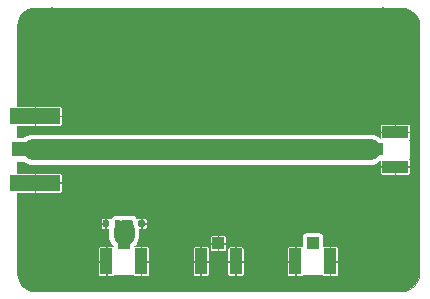
<source format=gbr>
%TF.GenerationSoftware,KiCad,Pcbnew,5.1.9-73d0e3b20d~88~ubuntu20.04.1*%
%TF.CreationDate,2021-03-06T00:26:18+00:00*%
%TF.ProjectId,SMA_to_uFL,534d415f-746f-45f7-9546-4c2e6b696361,1.0*%
%TF.SameCoordinates,Original*%
%TF.FileFunction,Copper,L1,Top*%
%TF.FilePolarity,Positive*%
%FSLAX46Y46*%
G04 Gerber Fmt 4.6, Leading zero omitted, Abs format (unit mm)*
G04 Created by KiCad (PCBNEW 5.1.9-73d0e3b20d~88~ubuntu20.04.1) date 2021-03-06 00:26:18*
%MOMM*%
%LPD*%
G01*
G04 APERTURE LIST*
%TA.AperFunction,ComponentPad*%
%ADD10C,4.700000*%
%TD*%
%TA.AperFunction,SMDPad,CuDef*%
%ADD11R,3.600000X1.270000*%
%TD*%
%TA.AperFunction,SMDPad,CuDef*%
%ADD12R,4.200000X1.350000*%
%TD*%
%TA.AperFunction,SMDPad,CuDef*%
%ADD13R,1.050000X2.200000*%
%TD*%
%TA.AperFunction,SMDPad,CuDef*%
%ADD14R,1.000000X1.050000*%
%TD*%
%TA.AperFunction,SMDPad,CuDef*%
%ADD15R,2.200000X1.050000*%
%TD*%
%TA.AperFunction,SMDPad,CuDef*%
%ADD16R,1.050000X1.000000*%
%TD*%
%TA.AperFunction,ViaPad*%
%ADD17C,0.800000*%
%TD*%
%TA.AperFunction,Conductor*%
%ADD18C,1.800000*%
%TD*%
%TA.AperFunction,Conductor*%
%ADD19C,0.250000*%
%TD*%
%TA.AperFunction,Conductor*%
%ADD20C,0.064000*%
%TD*%
%TA.AperFunction,Conductor*%
%ADD21C,0.100000*%
%TD*%
%TA.AperFunction,Conductor*%
%ADD22C,0.254000*%
%TD*%
G04 APERTURE END LIST*
D10*
%TO.P, ,1*%
%TO.N,GND*%
X104500000Y-68500000D03*
%TD*%
%TO.P, ,1*%
%TO.N,GND*%
X76500000Y-68500000D03*
%TD*%
%TO.P, ,1*%
%TO.N,GND*%
X104500000Y-51500000D03*
%TD*%
%TO.P, ,1*%
%TO.N,GND*%
X76500000Y-51500000D03*
%TD*%
%TO.P,R2,2*%
%TO.N,GND*%
%TA.AperFunction,SMDPad,CuDef*%
G36*
G01*
X81260000Y-66085000D02*
X81260000Y-66455000D01*
G75*
G02*
X81125000Y-66590000I-135000J0D01*
G01*
X80855000Y-66590000D01*
G75*
G02*
X80720000Y-66455000I0J135000D01*
G01*
X80720000Y-66085000D01*
G75*
G02*
X80855000Y-65950000I135000J0D01*
G01*
X81125000Y-65950000D01*
G75*
G02*
X81260000Y-66085000I0J-135000D01*
G01*
G37*
%TD.AperFunction*%
%TO.P,R2,1*%
%TO.N,Net-(J4-Pad1)*%
%TA.AperFunction,SMDPad,CuDef*%
G36*
G01*
X82280000Y-66085000D02*
X82280000Y-66455000D01*
G75*
G02*
X82145000Y-66590000I-135000J0D01*
G01*
X81875000Y-66590000D01*
G75*
G02*
X81740000Y-66455000I0J135000D01*
G01*
X81740000Y-66085000D01*
G75*
G02*
X81875000Y-65950000I135000J0D01*
G01*
X82145000Y-65950000D01*
G75*
G02*
X82280000Y-66085000I0J-135000D01*
G01*
G37*
%TD.AperFunction*%
%TD*%
%TO.P,R1,2*%
%TO.N,GND*%
%TA.AperFunction,SMDPad,CuDef*%
G36*
G01*
X83740000Y-66455000D02*
X83740000Y-66085000D01*
G75*
G02*
X83875000Y-65950000I135000J0D01*
G01*
X84145000Y-65950000D01*
G75*
G02*
X84280000Y-66085000I0J-135000D01*
G01*
X84280000Y-66455000D01*
G75*
G02*
X84145000Y-66590000I-135000J0D01*
G01*
X83875000Y-66590000D01*
G75*
G02*
X83740000Y-66455000I0J135000D01*
G01*
G37*
%TD.AperFunction*%
%TO.P,R1,1*%
%TO.N,Net-(J4-Pad1)*%
%TA.AperFunction,SMDPad,CuDef*%
G36*
G01*
X82720000Y-66455000D02*
X82720000Y-66085000D01*
G75*
G02*
X82855000Y-65950000I135000J0D01*
G01*
X83125000Y-65950000D01*
G75*
G02*
X83260000Y-66085000I0J-135000D01*
G01*
X83260000Y-66455000D01*
G75*
G02*
X83125000Y-66590000I-135000J0D01*
G01*
X82855000Y-66590000D01*
G75*
G02*
X82720000Y-66455000I0J135000D01*
G01*
G37*
%TD.AperFunction*%
%TD*%
D11*
%TO.P,J5,1*%
%TO.N,Net-(J1-Pad1)*%
X74800000Y-60000000D03*
D12*
%TO.P,J5,2*%
%TO.N,GND*%
X75000000Y-62825000D03*
X75000000Y-57175000D03*
%TD*%
D13*
%TO.P,J4,2*%
%TO.N,GND*%
X83975000Y-69475000D03*
D14*
%TO.P,J4,1*%
%TO.N,Net-(J4-Pad1)*%
X82500000Y-67950000D03*
D13*
%TO.P,J4,2*%
%TO.N,GND*%
X81025000Y-69475000D03*
%TD*%
%TO.P,J3,2*%
%TO.N,GND*%
X91975000Y-69475000D03*
D14*
%TO.P,J3,1*%
X90500000Y-67950000D03*
D13*
%TO.P,J3,2*%
X89025000Y-69475000D03*
%TD*%
%TO.P,J2,2*%
%TO.N,GND*%
X99975000Y-69475000D03*
D14*
%TO.P,J2,1*%
%TO.N,Net-(J2-Pad1)*%
X98500000Y-67950000D03*
D13*
%TO.P,J2,2*%
%TO.N,GND*%
X97025000Y-69475000D03*
%TD*%
D15*
%TO.P,J1,2*%
%TO.N,GND*%
X105475000Y-58525000D03*
D16*
%TO.P,J1,1*%
%TO.N,Net-(J1-Pad1)*%
X103950000Y-60000000D03*
D15*
%TO.P,J1,2*%
%TO.N,GND*%
X105475000Y-61475000D03*
%TD*%
D17*
%TO.N,GND*%
X78400000Y-57800000D03*
X80860000Y-57800000D03*
X83320000Y-57800000D03*
X85780000Y-57800000D03*
X88240000Y-57800000D03*
X90700000Y-57800000D03*
X93160000Y-57800000D03*
X95620000Y-57800000D03*
X98080000Y-57800000D03*
X100540000Y-57800000D03*
X103000000Y-57800000D03*
X78400000Y-62100000D03*
X80860000Y-62100000D03*
X83320000Y-62100000D03*
X85780000Y-62100000D03*
X88240000Y-62100000D03*
X90700000Y-62100000D03*
X93160000Y-62100000D03*
X95620000Y-62100000D03*
X98080000Y-62100000D03*
X100540000Y-62100000D03*
X103000000Y-62100000D03*
X79953000Y-71430000D03*
X81731000Y-71430000D03*
X83382000Y-71430000D03*
X86900000Y-69500000D03*
X88400000Y-66800000D03*
X90000000Y-71400000D03*
X92500000Y-66900000D03*
X94000000Y-68300000D03*
X95400000Y-69500000D03*
X98100000Y-71500000D03*
X99900000Y-71500000D03*
X100800000Y-66900000D03*
X80207000Y-67493000D03*
X85500000Y-67300000D03*
X82500000Y-65000000D03*
X74300000Y-49200000D03*
X76400000Y-48400000D03*
X78800000Y-49300000D03*
X74200000Y-53700000D03*
X76500000Y-54700000D03*
X78900000Y-53600000D03*
X79700000Y-51500000D03*
X101300000Y-51400000D03*
X102300000Y-49100000D03*
X104500000Y-48400000D03*
X106700000Y-49200000D03*
X104500000Y-54700000D03*
X102200000Y-53700000D03*
X106700000Y-53800000D03*
X106800000Y-70600000D03*
X106700000Y-66300000D03*
X104500000Y-65400000D03*
X104500000Y-71600000D03*
X102200000Y-70600000D03*
X102300000Y-66300000D03*
X76500000Y-71600000D03*
X74238000Y-70795000D03*
X78937000Y-70668000D03*
X74200000Y-66200000D03*
X76600000Y-65300000D03*
X78900000Y-66300000D03*
%TD*%
D18*
%TO.N,Net-(J1-Pad1)*%
X74800000Y-60000000D02*
X103321000Y-60000000D01*
D19*
%TO.N,Net-(J4-Pad1)*%
X82990000Y-66270000D02*
X82010000Y-66270000D01*
X82010000Y-66368000D02*
X82500000Y-66858000D01*
X82010000Y-66270000D02*
X82010000Y-66368000D01*
X82490000Y-66368000D02*
X82000000Y-66858000D01*
X82490000Y-66270000D02*
X82490000Y-66368000D01*
X82500000Y-67950000D02*
X82500000Y-67254000D01*
D18*
X82500000Y-67254000D02*
X82500000Y-66858000D01*
%TD*%
D20*
%TO.N,GND*%
X106293034Y-48020077D02*
X106574904Y-48105179D01*
X106834876Y-48243409D01*
X107063050Y-48429503D01*
X107250733Y-48656373D01*
X107390773Y-48915372D01*
X107477841Y-49196643D01*
X107511000Y-49512128D01*
X107511001Y-70476076D01*
X107479923Y-70793034D01*
X107394822Y-71074903D01*
X107256591Y-71334876D01*
X107070494Y-71563053D01*
X106843630Y-71750732D01*
X106584628Y-71890773D01*
X106303357Y-71977841D01*
X105987871Y-72011000D01*
X75023914Y-72011000D01*
X74706966Y-71979923D01*
X74425097Y-71894822D01*
X74165124Y-71756591D01*
X73936947Y-71570494D01*
X73749268Y-71343630D01*
X73609227Y-71084628D01*
X73522159Y-70803357D01*
X73489000Y-70487871D01*
X73489000Y-70277623D01*
X74767632Y-70277623D01*
X75043528Y-70559103D01*
X75473225Y-70803682D01*
X75942380Y-70959732D01*
X76432964Y-71021255D01*
X76926125Y-70985888D01*
X77402910Y-70854989D01*
X77844996Y-70633589D01*
X77932680Y-70575000D01*
X80339226Y-70575000D01*
X80342315Y-70606365D01*
X80351464Y-70636526D01*
X80366321Y-70664321D01*
X80386316Y-70688684D01*
X80410679Y-70708679D01*
X80438474Y-70723536D01*
X80468635Y-70732685D01*
X80500000Y-70735774D01*
X80953000Y-70735000D01*
X80993000Y-70695000D01*
X80993000Y-69507000D01*
X80380000Y-69507000D01*
X80340000Y-69547000D01*
X80339226Y-70575000D01*
X77932680Y-70575000D01*
X77956472Y-70559103D01*
X78232368Y-70277623D01*
X76500000Y-68545255D01*
X74767632Y-70277623D01*
X73489000Y-70277623D01*
X73489000Y-68432964D01*
X73978745Y-68432964D01*
X74014112Y-68926125D01*
X74145011Y-69402910D01*
X74366411Y-69844996D01*
X74440897Y-69956472D01*
X74722377Y-70232368D01*
X76454745Y-68500000D01*
X76545255Y-68500000D01*
X78277623Y-70232368D01*
X78559103Y-69956472D01*
X78803682Y-69526775D01*
X78959732Y-69057620D01*
X79021255Y-68567036D01*
X79007484Y-68375000D01*
X80339226Y-68375000D01*
X80340000Y-69403000D01*
X80380000Y-69443000D01*
X80993000Y-69443000D01*
X80993000Y-68255000D01*
X80953000Y-68215000D01*
X80500000Y-68214226D01*
X80468635Y-68217315D01*
X80438474Y-68226464D01*
X80410679Y-68241321D01*
X80386316Y-68261316D01*
X80366321Y-68285679D01*
X80351464Y-68313474D01*
X80342315Y-68343635D01*
X80339226Y-68375000D01*
X79007484Y-68375000D01*
X78985888Y-68073875D01*
X78854989Y-67597090D01*
X78633589Y-67155004D01*
X78559103Y-67043528D01*
X78277623Y-66767632D01*
X76545255Y-68500000D01*
X76454745Y-68500000D01*
X74722377Y-66767632D01*
X74440897Y-67043528D01*
X74196318Y-67473225D01*
X74040268Y-67942380D01*
X73978745Y-68432964D01*
X73489000Y-68432964D01*
X73489000Y-66722377D01*
X74767632Y-66722377D01*
X76500000Y-68454745D01*
X78232368Y-66722377D01*
X78102618Y-66590000D01*
X80559226Y-66590000D01*
X80562315Y-66621365D01*
X80571464Y-66651526D01*
X80586321Y-66679321D01*
X80606316Y-66703684D01*
X80630679Y-66723679D01*
X80658474Y-66738536D01*
X80688635Y-66747685D01*
X80720000Y-66750774D01*
X80918000Y-66750000D01*
X80958000Y-66710000D01*
X80958000Y-66302000D01*
X80600000Y-66302000D01*
X80560000Y-66342000D01*
X80559226Y-66590000D01*
X78102618Y-66590000D01*
X77956472Y-66440897D01*
X77526775Y-66196318D01*
X77057620Y-66040268D01*
X76567036Y-65978745D01*
X76073875Y-66014112D01*
X75597090Y-66145011D01*
X75155004Y-66366411D01*
X75043528Y-66440897D01*
X74767632Y-66722377D01*
X73489000Y-66722377D01*
X73489000Y-65950000D01*
X80559226Y-65950000D01*
X80560000Y-66198000D01*
X80600000Y-66238000D01*
X80958000Y-66238000D01*
X80958000Y-65830000D01*
X81022000Y-65830000D01*
X81022000Y-66238000D01*
X81042000Y-66238000D01*
X81042000Y-66302000D01*
X81022000Y-66302000D01*
X81022000Y-66710000D01*
X81062000Y-66750000D01*
X81190231Y-66750501D01*
X81186000Y-66793456D01*
X81186000Y-67318543D01*
X81205013Y-67511588D01*
X81280149Y-67759278D01*
X81402163Y-67987550D01*
X81566367Y-68187633D01*
X81583997Y-68202102D01*
X81583997Y-68218113D01*
X81581365Y-68217315D01*
X81550000Y-68214226D01*
X81097000Y-68215000D01*
X81057000Y-68255000D01*
X81057000Y-69443000D01*
X81077000Y-69443000D01*
X81077000Y-69507000D01*
X81057000Y-69507000D01*
X81057000Y-70695000D01*
X81097000Y-70735000D01*
X81550000Y-70735774D01*
X81581365Y-70732685D01*
X81611526Y-70723536D01*
X81639321Y-70708679D01*
X81663684Y-70688684D01*
X81683679Y-70664321D01*
X81698536Y-70636526D01*
X81699909Y-70632000D01*
X83300091Y-70632000D01*
X83301464Y-70636526D01*
X83316321Y-70664321D01*
X83336316Y-70688684D01*
X83360679Y-70708679D01*
X83388474Y-70723536D01*
X83418635Y-70732685D01*
X83450000Y-70735774D01*
X83903000Y-70735000D01*
X83943000Y-70695000D01*
X83943000Y-69507000D01*
X84007000Y-69507000D01*
X84007000Y-70695000D01*
X84047000Y-70735000D01*
X84500000Y-70735774D01*
X84531365Y-70732685D01*
X84561526Y-70723536D01*
X84589321Y-70708679D01*
X84613684Y-70688684D01*
X84633679Y-70664321D01*
X84648536Y-70636526D01*
X84657685Y-70606365D01*
X84660774Y-70575000D01*
X88339226Y-70575000D01*
X88342315Y-70606365D01*
X88351464Y-70636526D01*
X88366321Y-70664321D01*
X88386316Y-70688684D01*
X88410679Y-70708679D01*
X88438474Y-70723536D01*
X88468635Y-70732685D01*
X88500000Y-70735774D01*
X88953000Y-70735000D01*
X88993000Y-70695000D01*
X88993000Y-69507000D01*
X89057000Y-69507000D01*
X89057000Y-70695000D01*
X89097000Y-70735000D01*
X89550000Y-70735774D01*
X89581365Y-70732685D01*
X89611526Y-70723536D01*
X89639321Y-70708679D01*
X89663684Y-70688684D01*
X89683679Y-70664321D01*
X89698536Y-70636526D01*
X89707685Y-70606365D01*
X89710774Y-70575000D01*
X91289226Y-70575000D01*
X91292315Y-70606365D01*
X91301464Y-70636526D01*
X91316321Y-70664321D01*
X91336316Y-70688684D01*
X91360679Y-70708679D01*
X91388474Y-70723536D01*
X91418635Y-70732685D01*
X91450000Y-70735774D01*
X91903000Y-70735000D01*
X91943000Y-70695000D01*
X91943000Y-69507000D01*
X92007000Y-69507000D01*
X92007000Y-70695000D01*
X92047000Y-70735000D01*
X92500000Y-70735774D01*
X92531365Y-70732685D01*
X92561526Y-70723536D01*
X92589321Y-70708679D01*
X92613684Y-70688684D01*
X92633679Y-70664321D01*
X92648536Y-70636526D01*
X92657685Y-70606365D01*
X92660774Y-70575000D01*
X96339226Y-70575000D01*
X96342315Y-70606365D01*
X96351464Y-70636526D01*
X96366321Y-70664321D01*
X96386316Y-70688684D01*
X96410679Y-70708679D01*
X96438474Y-70723536D01*
X96468635Y-70732685D01*
X96500000Y-70735774D01*
X96953000Y-70735000D01*
X96993000Y-70695000D01*
X96993000Y-69507000D01*
X96380000Y-69507000D01*
X96340000Y-69547000D01*
X96339226Y-70575000D01*
X92660774Y-70575000D01*
X92660000Y-69547000D01*
X92620000Y-69507000D01*
X92007000Y-69507000D01*
X91943000Y-69507000D01*
X91330000Y-69507000D01*
X91290000Y-69547000D01*
X91289226Y-70575000D01*
X89710774Y-70575000D01*
X89710000Y-69547000D01*
X89670000Y-69507000D01*
X89057000Y-69507000D01*
X88993000Y-69507000D01*
X88380000Y-69507000D01*
X88340000Y-69547000D01*
X88339226Y-70575000D01*
X84660774Y-70575000D01*
X84660000Y-69547000D01*
X84620000Y-69507000D01*
X84007000Y-69507000D01*
X83943000Y-69507000D01*
X83923000Y-69507000D01*
X83923000Y-69443000D01*
X83943000Y-69443000D01*
X83943000Y-68255000D01*
X84007000Y-68255000D01*
X84007000Y-69443000D01*
X84620000Y-69443000D01*
X84660000Y-69403000D01*
X84660774Y-68375000D01*
X88339226Y-68375000D01*
X88340000Y-69403000D01*
X88380000Y-69443000D01*
X88993000Y-69443000D01*
X88993000Y-68255000D01*
X89057000Y-68255000D01*
X89057000Y-69443000D01*
X89670000Y-69443000D01*
X89710000Y-69403000D01*
X89710698Y-68475000D01*
X89839226Y-68475000D01*
X89842315Y-68506365D01*
X89851464Y-68536526D01*
X89866321Y-68564321D01*
X89886316Y-68588684D01*
X89910679Y-68608679D01*
X89938474Y-68623536D01*
X89968635Y-68632685D01*
X90000000Y-68635774D01*
X90428000Y-68635000D01*
X90468000Y-68595000D01*
X90468000Y-67982000D01*
X90532000Y-67982000D01*
X90532000Y-68595000D01*
X90572000Y-68635000D01*
X91000000Y-68635774D01*
X91031365Y-68632685D01*
X91061526Y-68623536D01*
X91089321Y-68608679D01*
X91113684Y-68588684D01*
X91133679Y-68564321D01*
X91148536Y-68536526D01*
X91157685Y-68506365D01*
X91160774Y-68475000D01*
X91160604Y-68375000D01*
X91289226Y-68375000D01*
X91290000Y-69403000D01*
X91330000Y-69443000D01*
X91943000Y-69443000D01*
X91943000Y-68255000D01*
X92007000Y-68255000D01*
X92007000Y-69443000D01*
X92620000Y-69443000D01*
X92660000Y-69403000D01*
X92660774Y-68375000D01*
X96339226Y-68375000D01*
X96340000Y-69403000D01*
X96380000Y-69443000D01*
X96993000Y-69443000D01*
X96993000Y-68255000D01*
X97057000Y-68255000D01*
X97057000Y-69443000D01*
X97077000Y-69443000D01*
X97077000Y-69507000D01*
X97057000Y-69507000D01*
X97057000Y-70695000D01*
X97097000Y-70735000D01*
X97550000Y-70735774D01*
X97581365Y-70732685D01*
X97611526Y-70723536D01*
X97639321Y-70708679D01*
X97663684Y-70688684D01*
X97683679Y-70664321D01*
X97698536Y-70636526D01*
X97699909Y-70632000D01*
X99300091Y-70632000D01*
X99301464Y-70636526D01*
X99316321Y-70664321D01*
X99336316Y-70688684D01*
X99360679Y-70708679D01*
X99388474Y-70723536D01*
X99418635Y-70732685D01*
X99450000Y-70735774D01*
X99903000Y-70735000D01*
X99943000Y-70695000D01*
X99943000Y-69507000D01*
X100007000Y-69507000D01*
X100007000Y-70695000D01*
X100047000Y-70735000D01*
X100500000Y-70735774D01*
X100531365Y-70732685D01*
X100561526Y-70723536D01*
X100589321Y-70708679D01*
X100613684Y-70688684D01*
X100633679Y-70664321D01*
X100648536Y-70636526D01*
X100657685Y-70606365D01*
X100660774Y-70575000D01*
X100660551Y-70277623D01*
X102767632Y-70277623D01*
X103043528Y-70559103D01*
X103473225Y-70803682D01*
X103942380Y-70959732D01*
X104432964Y-71021255D01*
X104926125Y-70985888D01*
X105402910Y-70854989D01*
X105844996Y-70633589D01*
X105956472Y-70559103D01*
X106232368Y-70277623D01*
X104500000Y-68545255D01*
X102767632Y-70277623D01*
X100660551Y-70277623D01*
X100660000Y-69547000D01*
X100620000Y-69507000D01*
X100007000Y-69507000D01*
X99943000Y-69507000D01*
X99923000Y-69507000D01*
X99923000Y-69443000D01*
X99943000Y-69443000D01*
X99943000Y-68255000D01*
X100007000Y-68255000D01*
X100007000Y-69443000D01*
X100620000Y-69443000D01*
X100660000Y-69403000D01*
X100660730Y-68432964D01*
X101978745Y-68432964D01*
X102014112Y-68926125D01*
X102145011Y-69402910D01*
X102366411Y-69844996D01*
X102440897Y-69956472D01*
X102722377Y-70232368D01*
X104454745Y-68500000D01*
X104545255Y-68500000D01*
X106277623Y-70232368D01*
X106559103Y-69956472D01*
X106803682Y-69526775D01*
X106959732Y-69057620D01*
X107021255Y-68567036D01*
X106985888Y-68073875D01*
X106854989Y-67597090D01*
X106633589Y-67155004D01*
X106559103Y-67043528D01*
X106277623Y-66767632D01*
X104545255Y-68500000D01*
X104454745Y-68500000D01*
X102722377Y-66767632D01*
X102440897Y-67043528D01*
X102196318Y-67473225D01*
X102040268Y-67942380D01*
X101978745Y-68432964D01*
X100660730Y-68432964D01*
X100660774Y-68375000D01*
X100657685Y-68343635D01*
X100648536Y-68313474D01*
X100633679Y-68285679D01*
X100613684Y-68261316D01*
X100589321Y-68241321D01*
X100561526Y-68226464D01*
X100531365Y-68217315D01*
X100500000Y-68214226D01*
X100047000Y-68215000D01*
X100007000Y-68255000D01*
X99943000Y-68255000D01*
X99903000Y-68215000D01*
X99450000Y-68214226D01*
X99418635Y-68217315D01*
X99416003Y-68218113D01*
X99416003Y-67425000D01*
X99408010Y-67343842D01*
X99384337Y-67265803D01*
X99345894Y-67193881D01*
X99294159Y-67130841D01*
X99231119Y-67079106D01*
X99159197Y-67040663D01*
X99081158Y-67016990D01*
X99000000Y-67008997D01*
X98000000Y-67008997D01*
X97918842Y-67016990D01*
X97840803Y-67040663D01*
X97768881Y-67079106D01*
X97705841Y-67130841D01*
X97654106Y-67193881D01*
X97615663Y-67265803D01*
X97591990Y-67343842D01*
X97583997Y-67425000D01*
X97583997Y-68218113D01*
X97581365Y-68217315D01*
X97550000Y-68214226D01*
X97097000Y-68215000D01*
X97057000Y-68255000D01*
X96993000Y-68255000D01*
X96953000Y-68215000D01*
X96500000Y-68214226D01*
X96468635Y-68217315D01*
X96438474Y-68226464D01*
X96410679Y-68241321D01*
X96386316Y-68261316D01*
X96366321Y-68285679D01*
X96351464Y-68313474D01*
X96342315Y-68343635D01*
X96339226Y-68375000D01*
X92660774Y-68375000D01*
X92657685Y-68343635D01*
X92648536Y-68313474D01*
X92633679Y-68285679D01*
X92613684Y-68261316D01*
X92589321Y-68241321D01*
X92561526Y-68226464D01*
X92531365Y-68217315D01*
X92500000Y-68214226D01*
X92047000Y-68215000D01*
X92007000Y-68255000D01*
X91943000Y-68255000D01*
X91903000Y-68215000D01*
X91450000Y-68214226D01*
X91418635Y-68217315D01*
X91388474Y-68226464D01*
X91360679Y-68241321D01*
X91336316Y-68261316D01*
X91316321Y-68285679D01*
X91301464Y-68313474D01*
X91292315Y-68343635D01*
X91289226Y-68375000D01*
X91160604Y-68375000D01*
X91160000Y-68022000D01*
X91120000Y-67982000D01*
X90532000Y-67982000D01*
X90468000Y-67982000D01*
X89880000Y-67982000D01*
X89840000Y-68022000D01*
X89839226Y-68475000D01*
X89710698Y-68475000D01*
X89710774Y-68375000D01*
X89707685Y-68343635D01*
X89698536Y-68313474D01*
X89683679Y-68285679D01*
X89663684Y-68261316D01*
X89639321Y-68241321D01*
X89611526Y-68226464D01*
X89581365Y-68217315D01*
X89550000Y-68214226D01*
X89097000Y-68215000D01*
X89057000Y-68255000D01*
X88993000Y-68255000D01*
X88953000Y-68215000D01*
X88500000Y-68214226D01*
X88468635Y-68217315D01*
X88438474Y-68226464D01*
X88410679Y-68241321D01*
X88386316Y-68261316D01*
X88366321Y-68285679D01*
X88351464Y-68313474D01*
X88342315Y-68343635D01*
X88339226Y-68375000D01*
X84660774Y-68375000D01*
X84657685Y-68343635D01*
X84648536Y-68313474D01*
X84633679Y-68285679D01*
X84613684Y-68261316D01*
X84589321Y-68241321D01*
X84561526Y-68226464D01*
X84531365Y-68217315D01*
X84500000Y-68214226D01*
X84047000Y-68215000D01*
X84007000Y-68255000D01*
X83943000Y-68255000D01*
X83903000Y-68215000D01*
X83450000Y-68214226D01*
X83418635Y-68217315D01*
X83416003Y-68218113D01*
X83416003Y-68202102D01*
X83433633Y-68187633D01*
X83597837Y-67987551D01*
X83719851Y-67759279D01*
X83794987Y-67511589D01*
X83803515Y-67425000D01*
X89839226Y-67425000D01*
X89840000Y-67878000D01*
X89880000Y-67918000D01*
X90468000Y-67918000D01*
X90468000Y-67305000D01*
X90532000Y-67305000D01*
X90532000Y-67918000D01*
X91120000Y-67918000D01*
X91160000Y-67878000D01*
X91160774Y-67425000D01*
X91157685Y-67393635D01*
X91148536Y-67363474D01*
X91133679Y-67335679D01*
X91113684Y-67311316D01*
X91089321Y-67291321D01*
X91061526Y-67276464D01*
X91031365Y-67267315D01*
X91000000Y-67264226D01*
X90572000Y-67265000D01*
X90532000Y-67305000D01*
X90468000Y-67305000D01*
X90428000Y-67265000D01*
X90000000Y-67264226D01*
X89968635Y-67267315D01*
X89938474Y-67276464D01*
X89910679Y-67291321D01*
X89886316Y-67311316D01*
X89866321Y-67335679D01*
X89851464Y-67363474D01*
X89842315Y-67393635D01*
X89839226Y-67425000D01*
X83803515Y-67425000D01*
X83814000Y-67318544D01*
X83814000Y-66793457D01*
X83809769Y-66750501D01*
X83938000Y-66750000D01*
X83978000Y-66710000D01*
X83978000Y-66302000D01*
X84042000Y-66302000D01*
X84042000Y-66710000D01*
X84082000Y-66750000D01*
X84280000Y-66750774D01*
X84311365Y-66747685D01*
X84341526Y-66738536D01*
X84369321Y-66723679D01*
X84370907Y-66722377D01*
X102767632Y-66722377D01*
X104500000Y-68454745D01*
X106232368Y-66722377D01*
X105956472Y-66440897D01*
X105526775Y-66196318D01*
X105057620Y-66040268D01*
X104567036Y-65978745D01*
X104073875Y-66014112D01*
X103597090Y-66145011D01*
X103155004Y-66366411D01*
X103043528Y-66440897D01*
X102767632Y-66722377D01*
X84370907Y-66722377D01*
X84393684Y-66703684D01*
X84413679Y-66679321D01*
X84428536Y-66651526D01*
X84437685Y-66621365D01*
X84440774Y-66590000D01*
X84440000Y-66342000D01*
X84400000Y-66302000D01*
X84042000Y-66302000D01*
X83978000Y-66302000D01*
X83958000Y-66302000D01*
X83958000Y-66238000D01*
X83978000Y-66238000D01*
X83978000Y-65830000D01*
X84042000Y-65830000D01*
X84042000Y-66238000D01*
X84400000Y-66238000D01*
X84440000Y-66198000D01*
X84440774Y-65950000D01*
X84437685Y-65918635D01*
X84428536Y-65888474D01*
X84413679Y-65860679D01*
X84393684Y-65836316D01*
X84369321Y-65816321D01*
X84341526Y-65801464D01*
X84311365Y-65792315D01*
X84280000Y-65789226D01*
X84082000Y-65790000D01*
X84042000Y-65830000D01*
X83978000Y-65830000D01*
X83938000Y-65790000D01*
X83740000Y-65789226D01*
X83708635Y-65792315D01*
X83678474Y-65801464D01*
X83650679Y-65816321D01*
X83626316Y-65836316D01*
X83618762Y-65845520D01*
X83583142Y-65778879D01*
X83514618Y-65695382D01*
X83431121Y-65626858D01*
X83335860Y-65575940D01*
X83232495Y-65544584D01*
X83125000Y-65533997D01*
X82855000Y-65533997D01*
X82747505Y-65544584D01*
X82704115Y-65557746D01*
X82500000Y-65537643D01*
X82295885Y-65557746D01*
X82252495Y-65544584D01*
X82145000Y-65533997D01*
X81875000Y-65533997D01*
X81767505Y-65544584D01*
X81664140Y-65575940D01*
X81568879Y-65626858D01*
X81485382Y-65695382D01*
X81416858Y-65778879D01*
X81381238Y-65845520D01*
X81373684Y-65836316D01*
X81349321Y-65816321D01*
X81321526Y-65801464D01*
X81291365Y-65792315D01*
X81260000Y-65789226D01*
X81062000Y-65790000D01*
X81022000Y-65830000D01*
X80958000Y-65830000D01*
X80918000Y-65790000D01*
X80720000Y-65789226D01*
X80688635Y-65792315D01*
X80658474Y-65801464D01*
X80630679Y-65816321D01*
X80606316Y-65836316D01*
X80586321Y-65860679D01*
X80571464Y-65888474D01*
X80562315Y-65918635D01*
X80559226Y-65950000D01*
X73489000Y-65950000D01*
X73489000Y-63660549D01*
X74928000Y-63660000D01*
X74968000Y-63620000D01*
X74968000Y-62857000D01*
X75032000Y-62857000D01*
X75032000Y-63620000D01*
X75072000Y-63660000D01*
X77100000Y-63660774D01*
X77131365Y-63657685D01*
X77161526Y-63648536D01*
X77189321Y-63633679D01*
X77213684Y-63613684D01*
X77233679Y-63589321D01*
X77248536Y-63561526D01*
X77257685Y-63531365D01*
X77260774Y-63500000D01*
X77260000Y-62897000D01*
X77220000Y-62857000D01*
X75032000Y-62857000D01*
X74968000Y-62857000D01*
X74948000Y-62857000D01*
X74948000Y-62793000D01*
X74968000Y-62793000D01*
X74968000Y-62030000D01*
X75032000Y-62030000D01*
X75032000Y-62793000D01*
X77220000Y-62793000D01*
X77260000Y-62753000D01*
X77260774Y-62150000D01*
X77257685Y-62118635D01*
X77248536Y-62088474D01*
X77233679Y-62060679D01*
X77213684Y-62036316D01*
X77189321Y-62016321D01*
X77161526Y-62001464D01*
X77156700Y-62000000D01*
X104214226Y-62000000D01*
X104217315Y-62031365D01*
X104226464Y-62061526D01*
X104241321Y-62089321D01*
X104261316Y-62113684D01*
X104285679Y-62133679D01*
X104313474Y-62148536D01*
X104343635Y-62157685D01*
X104375000Y-62160774D01*
X105403000Y-62160000D01*
X105443000Y-62120000D01*
X105443000Y-61507000D01*
X105507000Y-61507000D01*
X105507000Y-62120000D01*
X105547000Y-62160000D01*
X106575000Y-62160774D01*
X106606365Y-62157685D01*
X106636526Y-62148536D01*
X106664321Y-62133679D01*
X106688684Y-62113684D01*
X106708679Y-62089321D01*
X106723536Y-62061526D01*
X106732685Y-62031365D01*
X106735774Y-62000000D01*
X106735000Y-61547000D01*
X106695000Y-61507000D01*
X105507000Y-61507000D01*
X105443000Y-61507000D01*
X104255000Y-61507000D01*
X104215000Y-61547000D01*
X104214226Y-62000000D01*
X77156700Y-62000000D01*
X77131365Y-61992315D01*
X77100000Y-61989226D01*
X75072000Y-61990000D01*
X75032000Y-62030000D01*
X74968000Y-62030000D01*
X74928000Y-61990000D01*
X73489000Y-61989451D01*
X73489000Y-61051003D01*
X74009382Y-61051003D01*
X74066449Y-61097837D01*
X74294721Y-61219851D01*
X74542411Y-61294987D01*
X74735456Y-61314000D01*
X103385544Y-61314000D01*
X103578589Y-61294987D01*
X103826279Y-61219851D01*
X104054551Y-61097837D01*
X104214255Y-60966771D01*
X104215000Y-61403000D01*
X104255000Y-61443000D01*
X105443000Y-61443000D01*
X105443000Y-61423000D01*
X105507000Y-61423000D01*
X105507000Y-61443000D01*
X106695000Y-61443000D01*
X106735000Y-61403000D01*
X106735774Y-60950000D01*
X106732685Y-60918635D01*
X106723536Y-60888474D01*
X106708679Y-60860679D01*
X106688684Y-60836316D01*
X106683425Y-60832000D01*
X106700000Y-60832000D01*
X106706243Y-60831385D01*
X106712246Y-60829564D01*
X106717778Y-60826607D01*
X106722627Y-60822627D01*
X106726607Y-60817778D01*
X106729564Y-60812246D01*
X106731385Y-60806243D01*
X106732000Y-60800000D01*
X106732000Y-59200000D01*
X106731385Y-59193757D01*
X106729564Y-59187754D01*
X106726607Y-59182222D01*
X106722627Y-59177373D01*
X106717778Y-59173393D01*
X106712246Y-59170436D01*
X106706243Y-59168615D01*
X106700000Y-59168000D01*
X106683425Y-59168000D01*
X106688684Y-59163684D01*
X106708679Y-59139321D01*
X106723536Y-59111526D01*
X106732685Y-59081365D01*
X106735774Y-59050000D01*
X106735000Y-58597000D01*
X106695000Y-58557000D01*
X105507000Y-58557000D01*
X105507000Y-58577000D01*
X105443000Y-58577000D01*
X105443000Y-58557000D01*
X104255000Y-58557000D01*
X104215000Y-58597000D01*
X104214255Y-59033229D01*
X104054551Y-58902163D01*
X103826279Y-58780149D01*
X103578589Y-58705013D01*
X103385544Y-58686000D01*
X74735456Y-58686000D01*
X74542411Y-58705013D01*
X74294721Y-58780149D01*
X74066449Y-58902163D01*
X74009382Y-58948997D01*
X73489000Y-58948997D01*
X73489000Y-58010549D01*
X74928000Y-58010000D01*
X74968000Y-57970000D01*
X74968000Y-57207000D01*
X75032000Y-57207000D01*
X75032000Y-57970000D01*
X75072000Y-58010000D01*
X77100000Y-58010774D01*
X77131365Y-58007685D01*
X77156699Y-58000000D01*
X104214226Y-58000000D01*
X104215000Y-58453000D01*
X104255000Y-58493000D01*
X105443000Y-58493000D01*
X105443000Y-57880000D01*
X105507000Y-57880000D01*
X105507000Y-58493000D01*
X106695000Y-58493000D01*
X106735000Y-58453000D01*
X106735774Y-58000000D01*
X106732685Y-57968635D01*
X106723536Y-57938474D01*
X106708679Y-57910679D01*
X106688684Y-57886316D01*
X106664321Y-57866321D01*
X106636526Y-57851464D01*
X106606365Y-57842315D01*
X106575000Y-57839226D01*
X105547000Y-57840000D01*
X105507000Y-57880000D01*
X105443000Y-57880000D01*
X105403000Y-57840000D01*
X104375000Y-57839226D01*
X104343635Y-57842315D01*
X104313474Y-57851464D01*
X104285679Y-57866321D01*
X104261316Y-57886316D01*
X104241321Y-57910679D01*
X104226464Y-57938474D01*
X104217315Y-57968635D01*
X104214226Y-58000000D01*
X77156699Y-58000000D01*
X77161526Y-57998536D01*
X77189321Y-57983679D01*
X77213684Y-57963684D01*
X77233679Y-57939321D01*
X77248536Y-57911526D01*
X77257685Y-57881365D01*
X77260774Y-57850000D01*
X77260000Y-57247000D01*
X77220000Y-57207000D01*
X75032000Y-57207000D01*
X74968000Y-57207000D01*
X74948000Y-57207000D01*
X74948000Y-57143000D01*
X74968000Y-57143000D01*
X74968000Y-56380000D01*
X75032000Y-56380000D01*
X75032000Y-57143000D01*
X77220000Y-57143000D01*
X77260000Y-57103000D01*
X77260774Y-56500000D01*
X77257685Y-56468635D01*
X77248536Y-56438474D01*
X77233679Y-56410679D01*
X77213684Y-56386316D01*
X77189321Y-56366321D01*
X77161526Y-56351464D01*
X77131365Y-56342315D01*
X77100000Y-56339226D01*
X75072000Y-56340000D01*
X75032000Y-56380000D01*
X74968000Y-56380000D01*
X74928000Y-56340000D01*
X73489000Y-56339451D01*
X73489000Y-53277623D01*
X74767632Y-53277623D01*
X75043528Y-53559103D01*
X75473225Y-53803682D01*
X75942380Y-53959732D01*
X76432964Y-54021255D01*
X76926125Y-53985888D01*
X77402910Y-53854989D01*
X77844996Y-53633589D01*
X77956472Y-53559103D01*
X78232368Y-53277623D01*
X102767632Y-53277623D01*
X103043528Y-53559103D01*
X103473225Y-53803682D01*
X103942380Y-53959732D01*
X104432964Y-54021255D01*
X104926125Y-53985888D01*
X105402910Y-53854989D01*
X105844996Y-53633589D01*
X105956472Y-53559103D01*
X106232368Y-53277623D01*
X104500000Y-51545255D01*
X102767632Y-53277623D01*
X78232368Y-53277623D01*
X76500000Y-51545255D01*
X74767632Y-53277623D01*
X73489000Y-53277623D01*
X73489000Y-51432964D01*
X73978745Y-51432964D01*
X74014112Y-51926125D01*
X74145011Y-52402910D01*
X74366411Y-52844996D01*
X74440897Y-52956472D01*
X74722377Y-53232368D01*
X76454745Y-51500000D01*
X76545255Y-51500000D01*
X78277623Y-53232368D01*
X78559103Y-52956472D01*
X78803682Y-52526775D01*
X78959732Y-52057620D01*
X79021255Y-51567036D01*
X79011641Y-51432964D01*
X101978745Y-51432964D01*
X102014112Y-51926125D01*
X102145011Y-52402910D01*
X102366411Y-52844996D01*
X102440897Y-52956472D01*
X102722377Y-53232368D01*
X104454745Y-51500000D01*
X104545255Y-51500000D01*
X106277623Y-53232368D01*
X106559103Y-52956472D01*
X106803682Y-52526775D01*
X106959732Y-52057620D01*
X107021255Y-51567036D01*
X106985888Y-51073875D01*
X106854989Y-50597090D01*
X106633589Y-50155004D01*
X106559103Y-50043528D01*
X106277623Y-49767632D01*
X104545255Y-51500000D01*
X104454745Y-51500000D01*
X102722377Y-49767632D01*
X102440897Y-50043528D01*
X102196318Y-50473225D01*
X102040268Y-50942380D01*
X101978745Y-51432964D01*
X79011641Y-51432964D01*
X78985888Y-51073875D01*
X78854989Y-50597090D01*
X78633589Y-50155004D01*
X78559103Y-50043528D01*
X78277623Y-49767632D01*
X76545255Y-51500000D01*
X76454745Y-51500000D01*
X74722377Y-49767632D01*
X74440897Y-50043528D01*
X74196318Y-50473225D01*
X74040268Y-50942380D01*
X73978745Y-51432964D01*
X73489000Y-51432964D01*
X73489000Y-49722377D01*
X74767632Y-49722377D01*
X76500000Y-51454745D01*
X78232368Y-49722377D01*
X102767632Y-49722377D01*
X104500000Y-51454745D01*
X106232368Y-49722377D01*
X105956472Y-49440897D01*
X105526775Y-49196318D01*
X105057620Y-49040268D01*
X104567036Y-48978745D01*
X104073875Y-49014112D01*
X103597090Y-49145011D01*
X103155004Y-49366411D01*
X103043528Y-49440897D01*
X102767632Y-49722377D01*
X78232368Y-49722377D01*
X77956472Y-49440897D01*
X77526775Y-49196318D01*
X77057620Y-49040268D01*
X76567036Y-48978745D01*
X76073875Y-49014112D01*
X75597090Y-49145011D01*
X75155004Y-49366411D01*
X75043528Y-49440897D01*
X74767632Y-49722377D01*
X73489000Y-49722377D01*
X73489000Y-49523914D01*
X73520078Y-49206963D01*
X73605179Y-48925096D01*
X73743409Y-48665124D01*
X73929503Y-48436950D01*
X74156373Y-48249267D01*
X74415372Y-48109227D01*
X74696643Y-48022159D01*
X75012128Y-47989000D01*
X105976086Y-47989000D01*
X106293034Y-48020077D01*
%TA.AperFunction,Conductor*%
D21*
G36*
X106293034Y-48020077D02*
G01*
X106574904Y-48105179D01*
X106834876Y-48243409D01*
X107063050Y-48429503D01*
X107250733Y-48656373D01*
X107390773Y-48915372D01*
X107477841Y-49196643D01*
X107511000Y-49512128D01*
X107511001Y-70476076D01*
X107479923Y-70793034D01*
X107394822Y-71074903D01*
X107256591Y-71334876D01*
X107070494Y-71563053D01*
X106843630Y-71750732D01*
X106584628Y-71890773D01*
X106303357Y-71977841D01*
X105987871Y-72011000D01*
X75023914Y-72011000D01*
X74706966Y-71979923D01*
X74425097Y-71894822D01*
X74165124Y-71756591D01*
X73936947Y-71570494D01*
X73749268Y-71343630D01*
X73609227Y-71084628D01*
X73522159Y-70803357D01*
X73489000Y-70487871D01*
X73489000Y-70277623D01*
X74767632Y-70277623D01*
X75043528Y-70559103D01*
X75473225Y-70803682D01*
X75942380Y-70959732D01*
X76432964Y-71021255D01*
X76926125Y-70985888D01*
X77402910Y-70854989D01*
X77844996Y-70633589D01*
X77932680Y-70575000D01*
X80339226Y-70575000D01*
X80342315Y-70606365D01*
X80351464Y-70636526D01*
X80366321Y-70664321D01*
X80386316Y-70688684D01*
X80410679Y-70708679D01*
X80438474Y-70723536D01*
X80468635Y-70732685D01*
X80500000Y-70735774D01*
X80953000Y-70735000D01*
X80993000Y-70695000D01*
X80993000Y-69507000D01*
X80380000Y-69507000D01*
X80340000Y-69547000D01*
X80339226Y-70575000D01*
X77932680Y-70575000D01*
X77956472Y-70559103D01*
X78232368Y-70277623D01*
X76500000Y-68545255D01*
X74767632Y-70277623D01*
X73489000Y-70277623D01*
X73489000Y-68432964D01*
X73978745Y-68432964D01*
X74014112Y-68926125D01*
X74145011Y-69402910D01*
X74366411Y-69844996D01*
X74440897Y-69956472D01*
X74722377Y-70232368D01*
X76454745Y-68500000D01*
X76545255Y-68500000D01*
X78277623Y-70232368D01*
X78559103Y-69956472D01*
X78803682Y-69526775D01*
X78959732Y-69057620D01*
X79021255Y-68567036D01*
X79007484Y-68375000D01*
X80339226Y-68375000D01*
X80340000Y-69403000D01*
X80380000Y-69443000D01*
X80993000Y-69443000D01*
X80993000Y-68255000D01*
X80953000Y-68215000D01*
X80500000Y-68214226D01*
X80468635Y-68217315D01*
X80438474Y-68226464D01*
X80410679Y-68241321D01*
X80386316Y-68261316D01*
X80366321Y-68285679D01*
X80351464Y-68313474D01*
X80342315Y-68343635D01*
X80339226Y-68375000D01*
X79007484Y-68375000D01*
X78985888Y-68073875D01*
X78854989Y-67597090D01*
X78633589Y-67155004D01*
X78559103Y-67043528D01*
X78277623Y-66767632D01*
X76545255Y-68500000D01*
X76454745Y-68500000D01*
X74722377Y-66767632D01*
X74440897Y-67043528D01*
X74196318Y-67473225D01*
X74040268Y-67942380D01*
X73978745Y-68432964D01*
X73489000Y-68432964D01*
X73489000Y-66722377D01*
X74767632Y-66722377D01*
X76500000Y-68454745D01*
X78232368Y-66722377D01*
X78102618Y-66590000D01*
X80559226Y-66590000D01*
X80562315Y-66621365D01*
X80571464Y-66651526D01*
X80586321Y-66679321D01*
X80606316Y-66703684D01*
X80630679Y-66723679D01*
X80658474Y-66738536D01*
X80688635Y-66747685D01*
X80720000Y-66750774D01*
X80918000Y-66750000D01*
X80958000Y-66710000D01*
X80958000Y-66302000D01*
X80600000Y-66302000D01*
X80560000Y-66342000D01*
X80559226Y-66590000D01*
X78102618Y-66590000D01*
X77956472Y-66440897D01*
X77526775Y-66196318D01*
X77057620Y-66040268D01*
X76567036Y-65978745D01*
X76073875Y-66014112D01*
X75597090Y-66145011D01*
X75155004Y-66366411D01*
X75043528Y-66440897D01*
X74767632Y-66722377D01*
X73489000Y-66722377D01*
X73489000Y-65950000D01*
X80559226Y-65950000D01*
X80560000Y-66198000D01*
X80600000Y-66238000D01*
X80958000Y-66238000D01*
X80958000Y-65830000D01*
X81022000Y-65830000D01*
X81022000Y-66238000D01*
X81042000Y-66238000D01*
X81042000Y-66302000D01*
X81022000Y-66302000D01*
X81022000Y-66710000D01*
X81062000Y-66750000D01*
X81190231Y-66750501D01*
X81186000Y-66793456D01*
X81186000Y-67318543D01*
X81205013Y-67511588D01*
X81280149Y-67759278D01*
X81402163Y-67987550D01*
X81566367Y-68187633D01*
X81583997Y-68202102D01*
X81583997Y-68218113D01*
X81581365Y-68217315D01*
X81550000Y-68214226D01*
X81097000Y-68215000D01*
X81057000Y-68255000D01*
X81057000Y-69443000D01*
X81077000Y-69443000D01*
X81077000Y-69507000D01*
X81057000Y-69507000D01*
X81057000Y-70695000D01*
X81097000Y-70735000D01*
X81550000Y-70735774D01*
X81581365Y-70732685D01*
X81611526Y-70723536D01*
X81639321Y-70708679D01*
X81663684Y-70688684D01*
X81683679Y-70664321D01*
X81698536Y-70636526D01*
X81699909Y-70632000D01*
X83300091Y-70632000D01*
X83301464Y-70636526D01*
X83316321Y-70664321D01*
X83336316Y-70688684D01*
X83360679Y-70708679D01*
X83388474Y-70723536D01*
X83418635Y-70732685D01*
X83450000Y-70735774D01*
X83903000Y-70735000D01*
X83943000Y-70695000D01*
X83943000Y-69507000D01*
X84007000Y-69507000D01*
X84007000Y-70695000D01*
X84047000Y-70735000D01*
X84500000Y-70735774D01*
X84531365Y-70732685D01*
X84561526Y-70723536D01*
X84589321Y-70708679D01*
X84613684Y-70688684D01*
X84633679Y-70664321D01*
X84648536Y-70636526D01*
X84657685Y-70606365D01*
X84660774Y-70575000D01*
X88339226Y-70575000D01*
X88342315Y-70606365D01*
X88351464Y-70636526D01*
X88366321Y-70664321D01*
X88386316Y-70688684D01*
X88410679Y-70708679D01*
X88438474Y-70723536D01*
X88468635Y-70732685D01*
X88500000Y-70735774D01*
X88953000Y-70735000D01*
X88993000Y-70695000D01*
X88993000Y-69507000D01*
X89057000Y-69507000D01*
X89057000Y-70695000D01*
X89097000Y-70735000D01*
X89550000Y-70735774D01*
X89581365Y-70732685D01*
X89611526Y-70723536D01*
X89639321Y-70708679D01*
X89663684Y-70688684D01*
X89683679Y-70664321D01*
X89698536Y-70636526D01*
X89707685Y-70606365D01*
X89710774Y-70575000D01*
X91289226Y-70575000D01*
X91292315Y-70606365D01*
X91301464Y-70636526D01*
X91316321Y-70664321D01*
X91336316Y-70688684D01*
X91360679Y-70708679D01*
X91388474Y-70723536D01*
X91418635Y-70732685D01*
X91450000Y-70735774D01*
X91903000Y-70735000D01*
X91943000Y-70695000D01*
X91943000Y-69507000D01*
X92007000Y-69507000D01*
X92007000Y-70695000D01*
X92047000Y-70735000D01*
X92500000Y-70735774D01*
X92531365Y-70732685D01*
X92561526Y-70723536D01*
X92589321Y-70708679D01*
X92613684Y-70688684D01*
X92633679Y-70664321D01*
X92648536Y-70636526D01*
X92657685Y-70606365D01*
X92660774Y-70575000D01*
X96339226Y-70575000D01*
X96342315Y-70606365D01*
X96351464Y-70636526D01*
X96366321Y-70664321D01*
X96386316Y-70688684D01*
X96410679Y-70708679D01*
X96438474Y-70723536D01*
X96468635Y-70732685D01*
X96500000Y-70735774D01*
X96953000Y-70735000D01*
X96993000Y-70695000D01*
X96993000Y-69507000D01*
X96380000Y-69507000D01*
X96340000Y-69547000D01*
X96339226Y-70575000D01*
X92660774Y-70575000D01*
X92660000Y-69547000D01*
X92620000Y-69507000D01*
X92007000Y-69507000D01*
X91943000Y-69507000D01*
X91330000Y-69507000D01*
X91290000Y-69547000D01*
X91289226Y-70575000D01*
X89710774Y-70575000D01*
X89710000Y-69547000D01*
X89670000Y-69507000D01*
X89057000Y-69507000D01*
X88993000Y-69507000D01*
X88380000Y-69507000D01*
X88340000Y-69547000D01*
X88339226Y-70575000D01*
X84660774Y-70575000D01*
X84660000Y-69547000D01*
X84620000Y-69507000D01*
X84007000Y-69507000D01*
X83943000Y-69507000D01*
X83923000Y-69507000D01*
X83923000Y-69443000D01*
X83943000Y-69443000D01*
X83943000Y-68255000D01*
X84007000Y-68255000D01*
X84007000Y-69443000D01*
X84620000Y-69443000D01*
X84660000Y-69403000D01*
X84660774Y-68375000D01*
X88339226Y-68375000D01*
X88340000Y-69403000D01*
X88380000Y-69443000D01*
X88993000Y-69443000D01*
X88993000Y-68255000D01*
X89057000Y-68255000D01*
X89057000Y-69443000D01*
X89670000Y-69443000D01*
X89710000Y-69403000D01*
X89710698Y-68475000D01*
X89839226Y-68475000D01*
X89842315Y-68506365D01*
X89851464Y-68536526D01*
X89866321Y-68564321D01*
X89886316Y-68588684D01*
X89910679Y-68608679D01*
X89938474Y-68623536D01*
X89968635Y-68632685D01*
X90000000Y-68635774D01*
X90428000Y-68635000D01*
X90468000Y-68595000D01*
X90468000Y-67982000D01*
X90532000Y-67982000D01*
X90532000Y-68595000D01*
X90572000Y-68635000D01*
X91000000Y-68635774D01*
X91031365Y-68632685D01*
X91061526Y-68623536D01*
X91089321Y-68608679D01*
X91113684Y-68588684D01*
X91133679Y-68564321D01*
X91148536Y-68536526D01*
X91157685Y-68506365D01*
X91160774Y-68475000D01*
X91160604Y-68375000D01*
X91289226Y-68375000D01*
X91290000Y-69403000D01*
X91330000Y-69443000D01*
X91943000Y-69443000D01*
X91943000Y-68255000D01*
X92007000Y-68255000D01*
X92007000Y-69443000D01*
X92620000Y-69443000D01*
X92660000Y-69403000D01*
X92660774Y-68375000D01*
X96339226Y-68375000D01*
X96340000Y-69403000D01*
X96380000Y-69443000D01*
X96993000Y-69443000D01*
X96993000Y-68255000D01*
X97057000Y-68255000D01*
X97057000Y-69443000D01*
X97077000Y-69443000D01*
X97077000Y-69507000D01*
X97057000Y-69507000D01*
X97057000Y-70695000D01*
X97097000Y-70735000D01*
X97550000Y-70735774D01*
X97581365Y-70732685D01*
X97611526Y-70723536D01*
X97639321Y-70708679D01*
X97663684Y-70688684D01*
X97683679Y-70664321D01*
X97698536Y-70636526D01*
X97699909Y-70632000D01*
X99300091Y-70632000D01*
X99301464Y-70636526D01*
X99316321Y-70664321D01*
X99336316Y-70688684D01*
X99360679Y-70708679D01*
X99388474Y-70723536D01*
X99418635Y-70732685D01*
X99450000Y-70735774D01*
X99903000Y-70735000D01*
X99943000Y-70695000D01*
X99943000Y-69507000D01*
X100007000Y-69507000D01*
X100007000Y-70695000D01*
X100047000Y-70735000D01*
X100500000Y-70735774D01*
X100531365Y-70732685D01*
X100561526Y-70723536D01*
X100589321Y-70708679D01*
X100613684Y-70688684D01*
X100633679Y-70664321D01*
X100648536Y-70636526D01*
X100657685Y-70606365D01*
X100660774Y-70575000D01*
X100660551Y-70277623D01*
X102767632Y-70277623D01*
X103043528Y-70559103D01*
X103473225Y-70803682D01*
X103942380Y-70959732D01*
X104432964Y-71021255D01*
X104926125Y-70985888D01*
X105402910Y-70854989D01*
X105844996Y-70633589D01*
X105956472Y-70559103D01*
X106232368Y-70277623D01*
X104500000Y-68545255D01*
X102767632Y-70277623D01*
X100660551Y-70277623D01*
X100660000Y-69547000D01*
X100620000Y-69507000D01*
X100007000Y-69507000D01*
X99943000Y-69507000D01*
X99923000Y-69507000D01*
X99923000Y-69443000D01*
X99943000Y-69443000D01*
X99943000Y-68255000D01*
X100007000Y-68255000D01*
X100007000Y-69443000D01*
X100620000Y-69443000D01*
X100660000Y-69403000D01*
X100660730Y-68432964D01*
X101978745Y-68432964D01*
X102014112Y-68926125D01*
X102145011Y-69402910D01*
X102366411Y-69844996D01*
X102440897Y-69956472D01*
X102722377Y-70232368D01*
X104454745Y-68500000D01*
X104545255Y-68500000D01*
X106277623Y-70232368D01*
X106559103Y-69956472D01*
X106803682Y-69526775D01*
X106959732Y-69057620D01*
X107021255Y-68567036D01*
X106985888Y-68073875D01*
X106854989Y-67597090D01*
X106633589Y-67155004D01*
X106559103Y-67043528D01*
X106277623Y-66767632D01*
X104545255Y-68500000D01*
X104454745Y-68500000D01*
X102722377Y-66767632D01*
X102440897Y-67043528D01*
X102196318Y-67473225D01*
X102040268Y-67942380D01*
X101978745Y-68432964D01*
X100660730Y-68432964D01*
X100660774Y-68375000D01*
X100657685Y-68343635D01*
X100648536Y-68313474D01*
X100633679Y-68285679D01*
X100613684Y-68261316D01*
X100589321Y-68241321D01*
X100561526Y-68226464D01*
X100531365Y-68217315D01*
X100500000Y-68214226D01*
X100047000Y-68215000D01*
X100007000Y-68255000D01*
X99943000Y-68255000D01*
X99903000Y-68215000D01*
X99450000Y-68214226D01*
X99418635Y-68217315D01*
X99416003Y-68218113D01*
X99416003Y-67425000D01*
X99408010Y-67343842D01*
X99384337Y-67265803D01*
X99345894Y-67193881D01*
X99294159Y-67130841D01*
X99231119Y-67079106D01*
X99159197Y-67040663D01*
X99081158Y-67016990D01*
X99000000Y-67008997D01*
X98000000Y-67008997D01*
X97918842Y-67016990D01*
X97840803Y-67040663D01*
X97768881Y-67079106D01*
X97705841Y-67130841D01*
X97654106Y-67193881D01*
X97615663Y-67265803D01*
X97591990Y-67343842D01*
X97583997Y-67425000D01*
X97583997Y-68218113D01*
X97581365Y-68217315D01*
X97550000Y-68214226D01*
X97097000Y-68215000D01*
X97057000Y-68255000D01*
X96993000Y-68255000D01*
X96953000Y-68215000D01*
X96500000Y-68214226D01*
X96468635Y-68217315D01*
X96438474Y-68226464D01*
X96410679Y-68241321D01*
X96386316Y-68261316D01*
X96366321Y-68285679D01*
X96351464Y-68313474D01*
X96342315Y-68343635D01*
X96339226Y-68375000D01*
X92660774Y-68375000D01*
X92657685Y-68343635D01*
X92648536Y-68313474D01*
X92633679Y-68285679D01*
X92613684Y-68261316D01*
X92589321Y-68241321D01*
X92561526Y-68226464D01*
X92531365Y-68217315D01*
X92500000Y-68214226D01*
X92047000Y-68215000D01*
X92007000Y-68255000D01*
X91943000Y-68255000D01*
X91903000Y-68215000D01*
X91450000Y-68214226D01*
X91418635Y-68217315D01*
X91388474Y-68226464D01*
X91360679Y-68241321D01*
X91336316Y-68261316D01*
X91316321Y-68285679D01*
X91301464Y-68313474D01*
X91292315Y-68343635D01*
X91289226Y-68375000D01*
X91160604Y-68375000D01*
X91160000Y-68022000D01*
X91120000Y-67982000D01*
X90532000Y-67982000D01*
X90468000Y-67982000D01*
X89880000Y-67982000D01*
X89840000Y-68022000D01*
X89839226Y-68475000D01*
X89710698Y-68475000D01*
X89710774Y-68375000D01*
X89707685Y-68343635D01*
X89698536Y-68313474D01*
X89683679Y-68285679D01*
X89663684Y-68261316D01*
X89639321Y-68241321D01*
X89611526Y-68226464D01*
X89581365Y-68217315D01*
X89550000Y-68214226D01*
X89097000Y-68215000D01*
X89057000Y-68255000D01*
X88993000Y-68255000D01*
X88953000Y-68215000D01*
X88500000Y-68214226D01*
X88468635Y-68217315D01*
X88438474Y-68226464D01*
X88410679Y-68241321D01*
X88386316Y-68261316D01*
X88366321Y-68285679D01*
X88351464Y-68313474D01*
X88342315Y-68343635D01*
X88339226Y-68375000D01*
X84660774Y-68375000D01*
X84657685Y-68343635D01*
X84648536Y-68313474D01*
X84633679Y-68285679D01*
X84613684Y-68261316D01*
X84589321Y-68241321D01*
X84561526Y-68226464D01*
X84531365Y-68217315D01*
X84500000Y-68214226D01*
X84047000Y-68215000D01*
X84007000Y-68255000D01*
X83943000Y-68255000D01*
X83903000Y-68215000D01*
X83450000Y-68214226D01*
X83418635Y-68217315D01*
X83416003Y-68218113D01*
X83416003Y-68202102D01*
X83433633Y-68187633D01*
X83597837Y-67987551D01*
X83719851Y-67759279D01*
X83794987Y-67511589D01*
X83803515Y-67425000D01*
X89839226Y-67425000D01*
X89840000Y-67878000D01*
X89880000Y-67918000D01*
X90468000Y-67918000D01*
X90468000Y-67305000D01*
X90532000Y-67305000D01*
X90532000Y-67918000D01*
X91120000Y-67918000D01*
X91160000Y-67878000D01*
X91160774Y-67425000D01*
X91157685Y-67393635D01*
X91148536Y-67363474D01*
X91133679Y-67335679D01*
X91113684Y-67311316D01*
X91089321Y-67291321D01*
X91061526Y-67276464D01*
X91031365Y-67267315D01*
X91000000Y-67264226D01*
X90572000Y-67265000D01*
X90532000Y-67305000D01*
X90468000Y-67305000D01*
X90428000Y-67265000D01*
X90000000Y-67264226D01*
X89968635Y-67267315D01*
X89938474Y-67276464D01*
X89910679Y-67291321D01*
X89886316Y-67311316D01*
X89866321Y-67335679D01*
X89851464Y-67363474D01*
X89842315Y-67393635D01*
X89839226Y-67425000D01*
X83803515Y-67425000D01*
X83814000Y-67318544D01*
X83814000Y-66793457D01*
X83809769Y-66750501D01*
X83938000Y-66750000D01*
X83978000Y-66710000D01*
X83978000Y-66302000D01*
X84042000Y-66302000D01*
X84042000Y-66710000D01*
X84082000Y-66750000D01*
X84280000Y-66750774D01*
X84311365Y-66747685D01*
X84341526Y-66738536D01*
X84369321Y-66723679D01*
X84370907Y-66722377D01*
X102767632Y-66722377D01*
X104500000Y-68454745D01*
X106232368Y-66722377D01*
X105956472Y-66440897D01*
X105526775Y-66196318D01*
X105057620Y-66040268D01*
X104567036Y-65978745D01*
X104073875Y-66014112D01*
X103597090Y-66145011D01*
X103155004Y-66366411D01*
X103043528Y-66440897D01*
X102767632Y-66722377D01*
X84370907Y-66722377D01*
X84393684Y-66703684D01*
X84413679Y-66679321D01*
X84428536Y-66651526D01*
X84437685Y-66621365D01*
X84440774Y-66590000D01*
X84440000Y-66342000D01*
X84400000Y-66302000D01*
X84042000Y-66302000D01*
X83978000Y-66302000D01*
X83958000Y-66302000D01*
X83958000Y-66238000D01*
X83978000Y-66238000D01*
X83978000Y-65830000D01*
X84042000Y-65830000D01*
X84042000Y-66238000D01*
X84400000Y-66238000D01*
X84440000Y-66198000D01*
X84440774Y-65950000D01*
X84437685Y-65918635D01*
X84428536Y-65888474D01*
X84413679Y-65860679D01*
X84393684Y-65836316D01*
X84369321Y-65816321D01*
X84341526Y-65801464D01*
X84311365Y-65792315D01*
X84280000Y-65789226D01*
X84082000Y-65790000D01*
X84042000Y-65830000D01*
X83978000Y-65830000D01*
X83938000Y-65790000D01*
X83740000Y-65789226D01*
X83708635Y-65792315D01*
X83678474Y-65801464D01*
X83650679Y-65816321D01*
X83626316Y-65836316D01*
X83618762Y-65845520D01*
X83583142Y-65778879D01*
X83514618Y-65695382D01*
X83431121Y-65626858D01*
X83335860Y-65575940D01*
X83232495Y-65544584D01*
X83125000Y-65533997D01*
X82855000Y-65533997D01*
X82747505Y-65544584D01*
X82704115Y-65557746D01*
X82500000Y-65537643D01*
X82295885Y-65557746D01*
X82252495Y-65544584D01*
X82145000Y-65533997D01*
X81875000Y-65533997D01*
X81767505Y-65544584D01*
X81664140Y-65575940D01*
X81568879Y-65626858D01*
X81485382Y-65695382D01*
X81416858Y-65778879D01*
X81381238Y-65845520D01*
X81373684Y-65836316D01*
X81349321Y-65816321D01*
X81321526Y-65801464D01*
X81291365Y-65792315D01*
X81260000Y-65789226D01*
X81062000Y-65790000D01*
X81022000Y-65830000D01*
X80958000Y-65830000D01*
X80918000Y-65790000D01*
X80720000Y-65789226D01*
X80688635Y-65792315D01*
X80658474Y-65801464D01*
X80630679Y-65816321D01*
X80606316Y-65836316D01*
X80586321Y-65860679D01*
X80571464Y-65888474D01*
X80562315Y-65918635D01*
X80559226Y-65950000D01*
X73489000Y-65950000D01*
X73489000Y-63660549D01*
X74928000Y-63660000D01*
X74968000Y-63620000D01*
X74968000Y-62857000D01*
X75032000Y-62857000D01*
X75032000Y-63620000D01*
X75072000Y-63660000D01*
X77100000Y-63660774D01*
X77131365Y-63657685D01*
X77161526Y-63648536D01*
X77189321Y-63633679D01*
X77213684Y-63613684D01*
X77233679Y-63589321D01*
X77248536Y-63561526D01*
X77257685Y-63531365D01*
X77260774Y-63500000D01*
X77260000Y-62897000D01*
X77220000Y-62857000D01*
X75032000Y-62857000D01*
X74968000Y-62857000D01*
X74948000Y-62857000D01*
X74948000Y-62793000D01*
X74968000Y-62793000D01*
X74968000Y-62030000D01*
X75032000Y-62030000D01*
X75032000Y-62793000D01*
X77220000Y-62793000D01*
X77260000Y-62753000D01*
X77260774Y-62150000D01*
X77257685Y-62118635D01*
X77248536Y-62088474D01*
X77233679Y-62060679D01*
X77213684Y-62036316D01*
X77189321Y-62016321D01*
X77161526Y-62001464D01*
X77156700Y-62000000D01*
X104214226Y-62000000D01*
X104217315Y-62031365D01*
X104226464Y-62061526D01*
X104241321Y-62089321D01*
X104261316Y-62113684D01*
X104285679Y-62133679D01*
X104313474Y-62148536D01*
X104343635Y-62157685D01*
X104375000Y-62160774D01*
X105403000Y-62160000D01*
X105443000Y-62120000D01*
X105443000Y-61507000D01*
X105507000Y-61507000D01*
X105507000Y-62120000D01*
X105547000Y-62160000D01*
X106575000Y-62160774D01*
X106606365Y-62157685D01*
X106636526Y-62148536D01*
X106664321Y-62133679D01*
X106688684Y-62113684D01*
X106708679Y-62089321D01*
X106723536Y-62061526D01*
X106732685Y-62031365D01*
X106735774Y-62000000D01*
X106735000Y-61547000D01*
X106695000Y-61507000D01*
X105507000Y-61507000D01*
X105443000Y-61507000D01*
X104255000Y-61507000D01*
X104215000Y-61547000D01*
X104214226Y-62000000D01*
X77156700Y-62000000D01*
X77131365Y-61992315D01*
X77100000Y-61989226D01*
X75072000Y-61990000D01*
X75032000Y-62030000D01*
X74968000Y-62030000D01*
X74928000Y-61990000D01*
X73489000Y-61989451D01*
X73489000Y-61051003D01*
X74009382Y-61051003D01*
X74066449Y-61097837D01*
X74294721Y-61219851D01*
X74542411Y-61294987D01*
X74735456Y-61314000D01*
X103385544Y-61314000D01*
X103578589Y-61294987D01*
X103826279Y-61219851D01*
X104054551Y-61097837D01*
X104214255Y-60966771D01*
X104215000Y-61403000D01*
X104255000Y-61443000D01*
X105443000Y-61443000D01*
X105443000Y-61423000D01*
X105507000Y-61423000D01*
X105507000Y-61443000D01*
X106695000Y-61443000D01*
X106735000Y-61403000D01*
X106735774Y-60950000D01*
X106732685Y-60918635D01*
X106723536Y-60888474D01*
X106708679Y-60860679D01*
X106688684Y-60836316D01*
X106683425Y-60832000D01*
X106700000Y-60832000D01*
X106706243Y-60831385D01*
X106712246Y-60829564D01*
X106717778Y-60826607D01*
X106722627Y-60822627D01*
X106726607Y-60817778D01*
X106729564Y-60812246D01*
X106731385Y-60806243D01*
X106732000Y-60800000D01*
X106732000Y-59200000D01*
X106731385Y-59193757D01*
X106729564Y-59187754D01*
X106726607Y-59182222D01*
X106722627Y-59177373D01*
X106717778Y-59173393D01*
X106712246Y-59170436D01*
X106706243Y-59168615D01*
X106700000Y-59168000D01*
X106683425Y-59168000D01*
X106688684Y-59163684D01*
X106708679Y-59139321D01*
X106723536Y-59111526D01*
X106732685Y-59081365D01*
X106735774Y-59050000D01*
X106735000Y-58597000D01*
X106695000Y-58557000D01*
X105507000Y-58557000D01*
X105507000Y-58577000D01*
X105443000Y-58577000D01*
X105443000Y-58557000D01*
X104255000Y-58557000D01*
X104215000Y-58597000D01*
X104214255Y-59033229D01*
X104054551Y-58902163D01*
X103826279Y-58780149D01*
X103578589Y-58705013D01*
X103385544Y-58686000D01*
X74735456Y-58686000D01*
X74542411Y-58705013D01*
X74294721Y-58780149D01*
X74066449Y-58902163D01*
X74009382Y-58948997D01*
X73489000Y-58948997D01*
X73489000Y-58010549D01*
X74928000Y-58010000D01*
X74968000Y-57970000D01*
X74968000Y-57207000D01*
X75032000Y-57207000D01*
X75032000Y-57970000D01*
X75072000Y-58010000D01*
X77100000Y-58010774D01*
X77131365Y-58007685D01*
X77156699Y-58000000D01*
X104214226Y-58000000D01*
X104215000Y-58453000D01*
X104255000Y-58493000D01*
X105443000Y-58493000D01*
X105443000Y-57880000D01*
X105507000Y-57880000D01*
X105507000Y-58493000D01*
X106695000Y-58493000D01*
X106735000Y-58453000D01*
X106735774Y-58000000D01*
X106732685Y-57968635D01*
X106723536Y-57938474D01*
X106708679Y-57910679D01*
X106688684Y-57886316D01*
X106664321Y-57866321D01*
X106636526Y-57851464D01*
X106606365Y-57842315D01*
X106575000Y-57839226D01*
X105547000Y-57840000D01*
X105507000Y-57880000D01*
X105443000Y-57880000D01*
X105403000Y-57840000D01*
X104375000Y-57839226D01*
X104343635Y-57842315D01*
X104313474Y-57851464D01*
X104285679Y-57866321D01*
X104261316Y-57886316D01*
X104241321Y-57910679D01*
X104226464Y-57938474D01*
X104217315Y-57968635D01*
X104214226Y-58000000D01*
X77156699Y-58000000D01*
X77161526Y-57998536D01*
X77189321Y-57983679D01*
X77213684Y-57963684D01*
X77233679Y-57939321D01*
X77248536Y-57911526D01*
X77257685Y-57881365D01*
X77260774Y-57850000D01*
X77260000Y-57247000D01*
X77220000Y-57207000D01*
X75032000Y-57207000D01*
X74968000Y-57207000D01*
X74948000Y-57207000D01*
X74948000Y-57143000D01*
X74968000Y-57143000D01*
X74968000Y-56380000D01*
X75032000Y-56380000D01*
X75032000Y-57143000D01*
X77220000Y-57143000D01*
X77260000Y-57103000D01*
X77260774Y-56500000D01*
X77257685Y-56468635D01*
X77248536Y-56438474D01*
X77233679Y-56410679D01*
X77213684Y-56386316D01*
X77189321Y-56366321D01*
X77161526Y-56351464D01*
X77131365Y-56342315D01*
X77100000Y-56339226D01*
X75072000Y-56340000D01*
X75032000Y-56380000D01*
X74968000Y-56380000D01*
X74928000Y-56340000D01*
X73489000Y-56339451D01*
X73489000Y-53277623D01*
X74767632Y-53277623D01*
X75043528Y-53559103D01*
X75473225Y-53803682D01*
X75942380Y-53959732D01*
X76432964Y-54021255D01*
X76926125Y-53985888D01*
X77402910Y-53854989D01*
X77844996Y-53633589D01*
X77956472Y-53559103D01*
X78232368Y-53277623D01*
X102767632Y-53277623D01*
X103043528Y-53559103D01*
X103473225Y-53803682D01*
X103942380Y-53959732D01*
X104432964Y-54021255D01*
X104926125Y-53985888D01*
X105402910Y-53854989D01*
X105844996Y-53633589D01*
X105956472Y-53559103D01*
X106232368Y-53277623D01*
X104500000Y-51545255D01*
X102767632Y-53277623D01*
X78232368Y-53277623D01*
X76500000Y-51545255D01*
X74767632Y-53277623D01*
X73489000Y-53277623D01*
X73489000Y-51432964D01*
X73978745Y-51432964D01*
X74014112Y-51926125D01*
X74145011Y-52402910D01*
X74366411Y-52844996D01*
X74440897Y-52956472D01*
X74722377Y-53232368D01*
X76454745Y-51500000D01*
X76545255Y-51500000D01*
X78277623Y-53232368D01*
X78559103Y-52956472D01*
X78803682Y-52526775D01*
X78959732Y-52057620D01*
X79021255Y-51567036D01*
X79011641Y-51432964D01*
X101978745Y-51432964D01*
X102014112Y-51926125D01*
X102145011Y-52402910D01*
X102366411Y-52844996D01*
X102440897Y-52956472D01*
X102722377Y-53232368D01*
X104454745Y-51500000D01*
X104545255Y-51500000D01*
X106277623Y-53232368D01*
X106559103Y-52956472D01*
X106803682Y-52526775D01*
X106959732Y-52057620D01*
X107021255Y-51567036D01*
X106985888Y-51073875D01*
X106854989Y-50597090D01*
X106633589Y-50155004D01*
X106559103Y-50043528D01*
X106277623Y-49767632D01*
X104545255Y-51500000D01*
X104454745Y-51500000D01*
X102722377Y-49767632D01*
X102440897Y-50043528D01*
X102196318Y-50473225D01*
X102040268Y-50942380D01*
X101978745Y-51432964D01*
X79011641Y-51432964D01*
X78985888Y-51073875D01*
X78854989Y-50597090D01*
X78633589Y-50155004D01*
X78559103Y-50043528D01*
X78277623Y-49767632D01*
X76545255Y-51500000D01*
X76454745Y-51500000D01*
X74722377Y-49767632D01*
X74440897Y-50043528D01*
X74196318Y-50473225D01*
X74040268Y-50942380D01*
X73978745Y-51432964D01*
X73489000Y-51432964D01*
X73489000Y-49722377D01*
X74767632Y-49722377D01*
X76500000Y-51454745D01*
X78232368Y-49722377D01*
X102767632Y-49722377D01*
X104500000Y-51454745D01*
X106232368Y-49722377D01*
X105956472Y-49440897D01*
X105526775Y-49196318D01*
X105057620Y-49040268D01*
X104567036Y-48978745D01*
X104073875Y-49014112D01*
X103597090Y-49145011D01*
X103155004Y-49366411D01*
X103043528Y-49440897D01*
X102767632Y-49722377D01*
X78232368Y-49722377D01*
X77956472Y-49440897D01*
X77526775Y-49196318D01*
X77057620Y-49040268D01*
X76567036Y-48978745D01*
X76073875Y-49014112D01*
X75597090Y-49145011D01*
X75155004Y-49366411D01*
X75043528Y-49440897D01*
X74767632Y-49722377D01*
X73489000Y-49722377D01*
X73489000Y-49523914D01*
X73520078Y-49206963D01*
X73605179Y-48925096D01*
X73743409Y-48665124D01*
X73929503Y-48436950D01*
X74156373Y-48249267D01*
X74415372Y-48109227D01*
X74696643Y-48022159D01*
X75012128Y-47989000D01*
X105976086Y-47989000D01*
X106293034Y-48020077D01*
G37*
%TD.AperFunction*%
%TD*%
D22*
%TO.N,GND*%
X79064000Y-70922000D02*
X73984000Y-70922000D01*
X73984000Y-65842000D01*
X79064000Y-65842000D01*
X79064000Y-70922000D01*
%TA.AperFunction,Conductor*%
D21*
G36*
X79064000Y-70922000D02*
G01*
X73984000Y-70922000D01*
X73984000Y-65842000D01*
X79064000Y-65842000D01*
X79064000Y-70922000D01*
G37*
%TD.AperFunction*%
%TD*%
D22*
%TO.N,GND*%
X107004000Y-71049000D02*
X101924000Y-71049000D01*
X101924000Y-65842000D01*
X107004000Y-65842000D01*
X107004000Y-71049000D01*
%TA.AperFunction,Conductor*%
D21*
G36*
X107004000Y-71049000D02*
G01*
X101924000Y-71049000D01*
X101924000Y-65842000D01*
X107004000Y-65842000D01*
X107004000Y-71049000D01*
G37*
%TD.AperFunction*%
%TD*%
D22*
%TO.N,GND*%
X107004000Y-54158000D02*
X101924000Y-54158000D01*
X101924000Y-48951000D01*
X107004000Y-48951000D01*
X107004000Y-54158000D01*
%TA.AperFunction,Conductor*%
D21*
G36*
X107004000Y-54158000D02*
G01*
X101924000Y-54158000D01*
X101924000Y-48951000D01*
X107004000Y-48951000D01*
X107004000Y-54158000D01*
G37*
%TD.AperFunction*%
%TD*%
D22*
%TO.N,GND*%
X79064000Y-54158000D02*
X73984000Y-54158000D01*
X73984000Y-48951000D01*
X79064000Y-48951000D01*
X79064000Y-54158000D01*
%TA.AperFunction,Conductor*%
D21*
G36*
X79064000Y-54158000D02*
G01*
X73984000Y-54158000D01*
X73984000Y-48951000D01*
X79064000Y-48951000D01*
X79064000Y-54158000D01*
G37*
%TD.AperFunction*%
%TD*%
M02*

</source>
